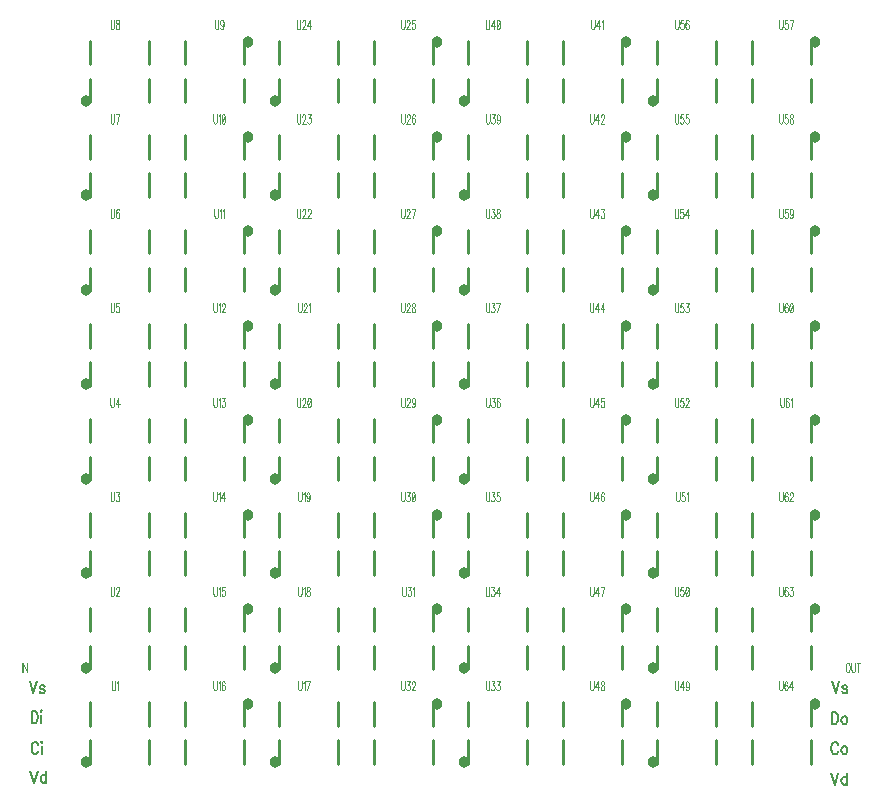
<source format=gto>
G04 DipTrace 2.4.0.2*
%IN64xAPA102Crigid.gto*%
%MOMM*%
%ADD10C,0.25*%
%ADD25O,0.925X0.975*%
%ADD34C,0.118*%
%ADD38C,0.157*%
%FSLAX53Y53*%
G04*
G71*
G90*
G75*
G01*
%LNTopSilk*%
%LPD*%
X17500Y20600D2*
D10*
Y18600D1*
X22500Y20600D2*
Y18600D1*
Y17400D2*
Y15400D1*
X17500Y17400D2*
Y15400D1*
D25*
X17138Y15537D3*
X17500Y28600D2*
D10*
Y26600D1*
X22500Y28600D2*
Y26600D1*
Y25400D2*
Y23400D1*
X17500Y25400D2*
Y23400D1*
D25*
X17138Y23537D3*
X17500Y36600D2*
D10*
Y34600D1*
X22500Y36600D2*
Y34600D1*
Y33400D2*
Y31400D1*
X17500Y33400D2*
Y31400D1*
D25*
X17138Y31537D3*
X17500Y44600D2*
D10*
Y42600D1*
X22500Y44600D2*
Y42600D1*
Y41400D2*
Y39400D1*
X17500Y41400D2*
Y39400D1*
D25*
X17138Y39537D3*
X17500Y52600D2*
D10*
Y50600D1*
X22500Y52600D2*
Y50600D1*
Y49400D2*
Y47400D1*
X17500Y49400D2*
Y47400D1*
D25*
X17138Y47537D3*
X17500Y60600D2*
D10*
Y58600D1*
X22500Y60600D2*
Y58600D1*
Y57400D2*
Y55400D1*
X17500Y57400D2*
Y55400D1*
D25*
X17138Y55537D3*
X17500Y68600D2*
D10*
Y66600D1*
X22500Y68600D2*
Y66600D1*
Y65400D2*
Y63400D1*
X17500Y65400D2*
Y63400D1*
D25*
X17138Y63537D3*
X17500Y76600D2*
D10*
Y74600D1*
X22500Y76600D2*
Y74600D1*
Y73400D2*
Y71400D1*
X17500Y73400D2*
Y71400D1*
D25*
X17138Y71537D3*
X30500Y71400D2*
D10*
Y73400D1*
X25500Y71400D2*
Y73400D1*
Y74600D2*
Y76600D1*
X30500Y74600D2*
Y76600D1*
D25*
X30862Y76463D3*
X30500Y63400D2*
D10*
Y65400D1*
X25500Y63400D2*
Y65400D1*
Y66600D2*
Y68600D1*
X30500Y66600D2*
Y68600D1*
D25*
X30862Y68463D3*
X30500Y55400D2*
D10*
Y57400D1*
X25500Y55400D2*
Y57400D1*
Y58600D2*
Y60600D1*
X30500Y58600D2*
Y60600D1*
D25*
X30862Y60463D3*
X30500Y47400D2*
D10*
Y49400D1*
X25500Y47400D2*
Y49400D1*
Y50600D2*
Y52600D1*
X30500Y50600D2*
Y52600D1*
D25*
X30862Y52463D3*
X30500Y39400D2*
D10*
Y41400D1*
X25500Y39400D2*
Y41400D1*
Y42600D2*
Y44600D1*
X30500Y42600D2*
Y44600D1*
D25*
X30862Y44463D3*
X30500Y31400D2*
D10*
Y33400D1*
X25500Y31400D2*
Y33400D1*
Y34600D2*
Y36600D1*
X30500Y34600D2*
Y36600D1*
D25*
X30862Y36463D3*
X30500Y23400D2*
D10*
Y25400D1*
X25500Y23400D2*
Y25400D1*
Y26600D2*
Y28600D1*
X30500Y26600D2*
Y28600D1*
D25*
X30862Y28463D3*
X30500Y15400D2*
D10*
Y17400D1*
X25500Y15400D2*
Y17400D1*
Y18600D2*
Y20600D1*
X30500Y18600D2*
Y20600D1*
D25*
X30862Y20463D3*
X33500Y20600D2*
D10*
Y18600D1*
X38500Y20600D2*
Y18600D1*
Y17400D2*
Y15400D1*
X33500Y17400D2*
Y15400D1*
D25*
X33138Y15537D3*
X33500Y28600D2*
D10*
Y26600D1*
X38500Y28600D2*
Y26600D1*
Y25400D2*
Y23400D1*
X33500Y25400D2*
Y23400D1*
D25*
X33138Y23537D3*
X33500Y36600D2*
D10*
Y34600D1*
X38500Y36600D2*
Y34600D1*
Y33400D2*
Y31400D1*
X33500Y33400D2*
Y31400D1*
D25*
X33138Y31537D3*
X33500Y44600D2*
D10*
Y42600D1*
X38500Y44600D2*
Y42600D1*
Y41400D2*
Y39400D1*
X33500Y41400D2*
Y39400D1*
D25*
X33138Y39537D3*
X33500Y52600D2*
D10*
Y50600D1*
X38500Y52600D2*
Y50600D1*
Y49400D2*
Y47400D1*
X33500Y49400D2*
Y47400D1*
D25*
X33138Y47537D3*
X33500Y60600D2*
D10*
Y58600D1*
X38500Y60600D2*
Y58600D1*
Y57400D2*
Y55400D1*
X33500Y57400D2*
Y55400D1*
D25*
X33138Y55537D3*
X33500Y68600D2*
D10*
Y66600D1*
X38500Y68600D2*
Y66600D1*
Y65400D2*
Y63400D1*
X33500Y65400D2*
Y63400D1*
D25*
X33138Y63537D3*
X33500Y76600D2*
D10*
Y74600D1*
X38500Y76600D2*
Y74600D1*
Y73400D2*
Y71400D1*
X33500Y73400D2*
Y71400D1*
D25*
X33138Y71537D3*
X46500Y71400D2*
D10*
Y73400D1*
X41500Y71400D2*
Y73400D1*
Y74600D2*
Y76600D1*
X46500Y74600D2*
Y76600D1*
D25*
X46862Y76463D3*
X46500Y63400D2*
D10*
Y65400D1*
X41500Y63400D2*
Y65400D1*
Y66600D2*
Y68600D1*
X46500Y66600D2*
Y68600D1*
D25*
X46862Y68463D3*
X46500Y55400D2*
D10*
Y57400D1*
X41500Y55400D2*
Y57400D1*
Y58600D2*
Y60600D1*
X46500Y58600D2*
Y60600D1*
D25*
X46862Y60463D3*
X46500Y47400D2*
D10*
Y49400D1*
X41500Y47400D2*
Y49400D1*
Y50600D2*
Y52600D1*
X46500Y50600D2*
Y52600D1*
D25*
X46862Y52463D3*
X46500Y39400D2*
D10*
Y41400D1*
X41500Y39400D2*
Y41400D1*
Y42600D2*
Y44600D1*
X46500Y42600D2*
Y44600D1*
D25*
X46862Y44463D3*
X46500Y31400D2*
D10*
Y33400D1*
X41500Y31400D2*
Y33400D1*
Y34600D2*
Y36600D1*
X46500Y34600D2*
Y36600D1*
D25*
X46862Y36463D3*
X46500Y23400D2*
D10*
Y25400D1*
X41500Y23400D2*
Y25400D1*
Y26600D2*
Y28600D1*
X46500Y26600D2*
Y28600D1*
D25*
X46862Y28463D3*
X46500Y15400D2*
D10*
Y17400D1*
X41500Y15400D2*
Y17400D1*
Y18600D2*
Y20600D1*
X46500Y18600D2*
Y20600D1*
D25*
X46862Y20463D3*
X49500Y20600D2*
D10*
Y18600D1*
X54500Y20600D2*
Y18600D1*
Y17400D2*
Y15400D1*
X49500Y17400D2*
Y15400D1*
D25*
X49138Y15537D3*
X49500Y28600D2*
D10*
Y26600D1*
X54500Y28600D2*
Y26600D1*
Y25400D2*
Y23400D1*
X49500Y25400D2*
Y23400D1*
D25*
X49138Y23537D3*
X49500Y36600D2*
D10*
Y34600D1*
X54500Y36600D2*
Y34600D1*
Y33400D2*
Y31400D1*
X49500Y33400D2*
Y31400D1*
D25*
X49138Y31537D3*
X49500Y44600D2*
D10*
Y42600D1*
X54500Y44600D2*
Y42600D1*
Y41400D2*
Y39400D1*
X49500Y41400D2*
Y39400D1*
D25*
X49138Y39537D3*
X49500Y52600D2*
D10*
Y50600D1*
X54500Y52600D2*
Y50600D1*
Y49400D2*
Y47400D1*
X49500Y49400D2*
Y47400D1*
D25*
X49138Y47537D3*
X49500Y60600D2*
D10*
Y58600D1*
X54500Y60600D2*
Y58600D1*
Y57400D2*
Y55400D1*
X49500Y57400D2*
Y55400D1*
D25*
X49138Y55537D3*
X49500Y68600D2*
D10*
Y66600D1*
X54500Y68600D2*
Y66600D1*
Y65400D2*
Y63400D1*
X49500Y65400D2*
Y63400D1*
D25*
X49138Y63537D3*
X49500Y76600D2*
D10*
Y74600D1*
X54500Y76600D2*
Y74600D1*
Y73400D2*
Y71400D1*
X49500Y73400D2*
Y71400D1*
D25*
X49138Y71537D3*
X62500Y71400D2*
D10*
Y73400D1*
X57500Y71400D2*
Y73400D1*
Y74600D2*
Y76600D1*
X62500Y74600D2*
Y76600D1*
D25*
X62862Y76463D3*
X62500Y63400D2*
D10*
Y65400D1*
X57500Y63400D2*
Y65400D1*
Y66600D2*
Y68600D1*
X62500Y66600D2*
Y68600D1*
D25*
X62862Y68463D3*
X62500Y55400D2*
D10*
Y57400D1*
X57500Y55400D2*
Y57400D1*
Y58600D2*
Y60600D1*
X62500Y58600D2*
Y60600D1*
D25*
X62862Y60463D3*
X62500Y47400D2*
D10*
Y49400D1*
X57500Y47400D2*
Y49400D1*
Y50600D2*
Y52600D1*
X62500Y50600D2*
Y52600D1*
D25*
X62862Y52463D3*
X62500Y39400D2*
D10*
Y41400D1*
X57500Y39400D2*
Y41400D1*
Y42600D2*
Y44600D1*
X62500Y42600D2*
Y44600D1*
D25*
X62862Y44463D3*
X62500Y31400D2*
D10*
Y33400D1*
X57500Y31400D2*
Y33400D1*
Y34600D2*
Y36600D1*
X62500Y34600D2*
Y36600D1*
D25*
X62862Y36463D3*
X62500Y23400D2*
D10*
Y25400D1*
X57500Y23400D2*
Y25400D1*
Y26600D2*
Y28600D1*
X62500Y26600D2*
Y28600D1*
D25*
X62862Y28463D3*
X62500Y15400D2*
D10*
Y17400D1*
X57500Y15400D2*
Y17400D1*
Y18600D2*
Y20600D1*
X62500Y18600D2*
Y20600D1*
D25*
X62862Y20463D3*
X65500Y20600D2*
D10*
Y18600D1*
X70500Y20600D2*
Y18600D1*
Y17400D2*
Y15400D1*
X65500Y17400D2*
Y15400D1*
D25*
X65138Y15537D3*
X65500Y28600D2*
D10*
Y26600D1*
X70500Y28600D2*
Y26600D1*
Y25400D2*
Y23400D1*
X65500Y25400D2*
Y23400D1*
D25*
X65138Y23537D3*
X65500Y36600D2*
D10*
Y34600D1*
X70500Y36600D2*
Y34600D1*
Y33400D2*
Y31400D1*
X65500Y33400D2*
Y31400D1*
D25*
X65138Y31537D3*
X65500Y44600D2*
D10*
Y42600D1*
X70500Y44600D2*
Y42600D1*
Y41400D2*
Y39400D1*
X65500Y41400D2*
Y39400D1*
D25*
X65138Y39537D3*
X65500Y52600D2*
D10*
Y50600D1*
X70500Y52600D2*
Y50600D1*
Y49400D2*
Y47400D1*
X65500Y49400D2*
Y47400D1*
D25*
X65138Y47537D3*
X65500Y60600D2*
D10*
Y58600D1*
X70500Y60600D2*
Y58600D1*
Y57400D2*
Y55400D1*
X65500Y57400D2*
Y55400D1*
D25*
X65138Y55537D3*
X65500Y68600D2*
D10*
Y66600D1*
X70500Y68600D2*
Y66600D1*
Y65400D2*
Y63400D1*
X65500Y65400D2*
Y63400D1*
D25*
X65138Y63537D3*
X65500Y76600D2*
D10*
Y74600D1*
X70500Y76600D2*
Y74600D1*
Y73400D2*
Y71400D1*
X65500Y73400D2*
Y71400D1*
D25*
X65138Y71537D3*
X78500Y71400D2*
D10*
Y73400D1*
X73500Y71400D2*
Y73400D1*
Y74600D2*
Y76600D1*
X78500Y74600D2*
Y76600D1*
D25*
X78862Y76463D3*
X78500Y63400D2*
D10*
Y65400D1*
X73500Y63400D2*
Y65400D1*
Y66600D2*
Y68600D1*
X78500Y66600D2*
Y68600D1*
D25*
X78862Y68463D3*
X78500Y55400D2*
D10*
Y57400D1*
X73500Y55400D2*
Y57400D1*
Y58600D2*
Y60600D1*
X78500Y58600D2*
Y60600D1*
D25*
X78862Y60463D3*
X78500Y47400D2*
D10*
Y49400D1*
X73500Y47400D2*
Y49400D1*
Y50600D2*
Y52600D1*
X78500Y50600D2*
Y52600D1*
D25*
X78862Y52463D3*
X78500Y39400D2*
D10*
Y41400D1*
X73500Y39400D2*
Y41400D1*
Y42600D2*
Y44600D1*
X78500Y42600D2*
Y44600D1*
D25*
X78862Y44463D3*
X78500Y31400D2*
D10*
Y33400D1*
X73500Y31400D2*
Y33400D1*
Y34600D2*
Y36600D1*
X78500Y34600D2*
Y36600D1*
D25*
X78862Y36463D3*
X78500Y23400D2*
D10*
Y25400D1*
X73500Y23400D2*
Y25400D1*
Y26600D2*
Y28600D1*
X78500Y26600D2*
Y28600D1*
D25*
X78862Y28463D3*
X78500Y15400D2*
D10*
Y17400D1*
X73500Y15400D2*
Y17400D1*
Y18600D2*
Y20600D1*
X78500Y18600D2*
Y20600D1*
D25*
X78862Y20463D3*
X11692Y23926D2*
D34*
Y23160D1*
X12139Y23926D2*
Y23160D1*
X11833Y23926D1*
Y23160D1*
X81577Y23926D2*
X81533Y23890D1*
X81490Y23816D1*
X81467Y23744D1*
X81446Y23634D1*
Y23452D1*
X81467Y23343D1*
X81490Y23270D1*
X81533Y23197D1*
X81577Y23160D1*
X81664D1*
X81708Y23197D1*
X81752Y23270D1*
X81774Y23343D1*
X81795Y23452D1*
Y23634D1*
X81774Y23744D1*
X81752Y23816D1*
X81708Y23890D1*
X81664Y23926D1*
X81577D1*
X81936D2*
Y23379D1*
X81958Y23270D1*
X82002Y23197D1*
X82068Y23160D1*
X82111D1*
X82177Y23197D1*
X82221Y23270D1*
X82243Y23379D1*
Y23926D1*
X82537D2*
Y23160D1*
X82384Y23926D2*
X82690D1*
X19309Y22366D2*
Y21819D1*
X19331Y21710D1*
X19375Y21637D1*
X19440Y21600D1*
X19484D1*
X19550Y21637D1*
X19593Y21710D1*
X19615Y21819D1*
Y22366D1*
X19756Y22219D2*
X19800Y22256D1*
X19866Y22365D1*
Y21600D1*
X19211Y30366D2*
Y29819D1*
X19232Y29710D1*
X19276Y29637D1*
X19342Y29600D1*
X19386D1*
X19451Y29637D1*
X19495Y29710D1*
X19517Y29819D1*
Y30366D1*
X19680Y30183D2*
Y30219D1*
X19702Y30293D1*
X19724Y30329D1*
X19768Y30365D1*
X19855D1*
X19899Y30329D1*
X19920Y30293D1*
X19943Y30219D1*
Y30147D1*
X19920Y30074D1*
X19877Y29965D1*
X19658Y29600D1*
X19964D1*
X19211Y38366D2*
Y37819D1*
X19232Y37710D1*
X19276Y37637D1*
X19342Y37600D1*
X19386D1*
X19451Y37637D1*
X19495Y37710D1*
X19517Y37819D1*
Y38366D1*
X19702Y38365D2*
X19942D1*
X19811Y38074D1*
X19877D1*
X19920Y38037D1*
X19942Y38001D1*
X19964Y37892D1*
Y37819D1*
X19942Y37710D1*
X19899Y37636D1*
X19833Y37600D1*
X19767D1*
X19702Y37636D1*
X19680Y37674D1*
X19658Y37746D1*
X19200Y46366D2*
Y45819D1*
X19222Y45710D1*
X19265Y45637D1*
X19331Y45600D1*
X19375D1*
X19440Y45637D1*
X19484Y45710D1*
X19506Y45819D1*
Y46366D1*
X19866Y45600D2*
Y46365D1*
X19647Y45855D1*
X19975D1*
X19211Y54366D2*
Y53819D1*
X19232Y53710D1*
X19276Y53637D1*
X19342Y53600D1*
X19386D1*
X19451Y53637D1*
X19495Y53710D1*
X19517Y53819D1*
Y54366D1*
X19920Y54365D2*
X19702D1*
X19680Y54037D1*
X19702Y54074D1*
X19768Y54111D1*
X19833D1*
X19899Y54074D1*
X19943Y54001D1*
X19964Y53892D1*
Y53819D1*
X19943Y53710D1*
X19899Y53636D1*
X19833Y53600D1*
X19768D1*
X19702Y53636D1*
X19680Y53674D1*
X19658Y53746D1*
X19222Y62366D2*
Y61819D1*
X19243Y61710D1*
X19287Y61637D1*
X19353Y61600D1*
X19397D1*
X19462Y61637D1*
X19506Y61710D1*
X19528Y61819D1*
Y62366D1*
X19932Y62256D2*
X19910Y62329D1*
X19844Y62365D1*
X19801D1*
X19735Y62329D1*
X19691Y62219D1*
X19669Y62037D1*
Y61855D1*
X19691Y61710D1*
X19735Y61636D1*
X19801Y61600D1*
X19822D1*
X19888Y61636D1*
X19932Y61710D1*
X19953Y61819D1*
Y61855D1*
X19932Y61965D1*
X19888Y62037D1*
X19822Y62074D1*
X19801D1*
X19735Y62037D1*
X19691Y61965D1*
X19669Y61855D1*
X19211Y70366D2*
Y69819D1*
X19232Y69710D1*
X19276Y69637D1*
X19342Y69600D1*
X19386D1*
X19451Y69637D1*
X19495Y69710D1*
X19517Y69819D1*
Y70366D1*
X19746Y69600D2*
X19964Y70365D1*
X19658D1*
X19211Y78366D2*
Y77819D1*
X19233Y77710D1*
X19277Y77637D1*
X19342Y77600D1*
X19386D1*
X19451Y77637D1*
X19495Y77710D1*
X19517Y77819D1*
Y78366D1*
X19768Y78365D2*
X19702Y78329D1*
X19680Y78256D1*
Y78183D1*
X19702Y78111D1*
X19746Y78074D1*
X19833Y78037D1*
X19899Y78001D1*
X19942Y77928D1*
X19964Y77855D1*
Y77746D1*
X19942Y77674D1*
X19921Y77636D1*
X19855Y77600D1*
X19768D1*
X19702Y77636D1*
X19680Y77674D1*
X19658Y77746D1*
Y77855D1*
X19680Y77928D1*
X19724Y78001D1*
X19789Y78037D1*
X19877Y78074D1*
X19921Y78111D1*
X19942Y78183D1*
Y78256D1*
X19921Y78329D1*
X19855Y78365D1*
X19768D1*
X28047Y78366D2*
Y77819D1*
X28068Y77710D1*
X28112Y77637D1*
X28178Y77600D1*
X28221D1*
X28287Y77637D1*
X28331Y77710D1*
X28353Y77819D1*
Y78366D1*
X28778Y78111D2*
X28756Y78001D1*
X28713Y77928D1*
X28647Y77892D1*
X28625D1*
X28560Y77928D1*
X28516Y78001D1*
X28494Y78111D1*
Y78147D1*
X28516Y78256D1*
X28560Y78329D1*
X28625Y78365D1*
X28647D1*
X28713Y78329D1*
X28756Y78256D1*
X28778Y78111D1*
Y77928D1*
X28756Y77746D1*
X28713Y77636D1*
X28647Y77600D1*
X28604D1*
X28538Y77636D1*
X28516Y77710D1*
X27910Y70366D2*
Y69819D1*
X27932Y69710D1*
X27976Y69637D1*
X28042Y69600D1*
X28085D1*
X28151Y69637D1*
X28195Y69710D1*
X28216Y69819D1*
Y70366D1*
X28358Y70219D2*
X28402Y70256D1*
X28467Y70365D1*
Y69600D1*
X28740Y70365D2*
X28674Y70329D1*
X28630Y70219D1*
X28609Y70037D1*
Y69928D1*
X28630Y69746D1*
X28674Y69636D1*
X28740Y69600D1*
X28783D1*
X28849Y69636D1*
X28893Y69746D1*
X28915Y69928D1*
Y70037D1*
X28893Y70219D1*
X28849Y70329D1*
X28783Y70365D1*
X28740D1*
X28893Y70219D2*
X28630Y69746D1*
X28009Y62366D2*
Y61819D1*
X28030Y61710D1*
X28074Y61637D1*
X28140Y61600D1*
X28183D1*
X28249Y61637D1*
X28293Y61710D1*
X28315Y61819D1*
Y62366D1*
X28456Y62219D2*
X28500Y62256D1*
X28566Y62365D1*
Y61600D1*
X28707Y62219D2*
X28751Y62256D1*
X28816Y62365D1*
Y61600D1*
X27910Y54366D2*
Y53819D1*
X27932Y53710D1*
X27976Y53637D1*
X28042Y53600D1*
X28085D1*
X28151Y53637D1*
X28195Y53710D1*
X28216Y53819D1*
Y54366D1*
X28358Y54219D2*
X28402Y54256D1*
X28467Y54365D1*
Y53600D1*
X28631Y54183D2*
Y54219D1*
X28652Y54293D1*
X28674Y54329D1*
X28718Y54365D1*
X28806D1*
X28849Y54329D1*
X28871Y54293D1*
X28893Y54219D1*
Y54147D1*
X28871Y54074D1*
X28827Y53965D1*
X28609Y53600D1*
X28915D1*
X27910Y46366D2*
Y45819D1*
X27932Y45710D1*
X27976Y45637D1*
X28042Y45600D1*
X28085D1*
X28151Y45637D1*
X28195Y45710D1*
X28216Y45819D1*
Y46366D1*
X28358Y46219D2*
X28402Y46256D1*
X28467Y46365D1*
Y45600D1*
X28652Y46365D2*
X28893D1*
X28762Y46074D1*
X28827D1*
X28871Y46037D1*
X28893Y46001D1*
X28915Y45892D1*
Y45819D1*
X28893Y45710D1*
X28849Y45636D1*
X28783Y45600D1*
X28718D1*
X28652Y45636D1*
X28631Y45674D1*
X28609Y45746D1*
X27899Y38366D2*
Y37819D1*
X27921Y37710D1*
X27965Y37637D1*
X28031Y37600D1*
X28074D1*
X28140Y37637D1*
X28184Y37710D1*
X28206Y37819D1*
Y38366D1*
X28347Y38219D2*
X28391Y38256D1*
X28456Y38365D1*
Y37600D1*
X28816D2*
Y38365D1*
X28598Y37855D1*
X28926D1*
X27910Y30366D2*
Y29819D1*
X27932Y29710D1*
X27976Y29637D1*
X28042Y29600D1*
X28085D1*
X28151Y29637D1*
X28195Y29710D1*
X28216Y29819D1*
Y30366D1*
X28358Y30219D2*
X28402Y30256D1*
X28467Y30365D1*
Y29600D1*
X28871Y30365D2*
X28652D1*
X28631Y30037D1*
X28652Y30074D1*
X28718Y30111D1*
X28783D1*
X28849Y30074D1*
X28893Y30001D1*
X28915Y29892D1*
Y29819D1*
X28893Y29710D1*
X28849Y29636D1*
X28783Y29600D1*
X28718D1*
X28652Y29636D1*
X28631Y29674D1*
X28609Y29746D1*
X27921Y22366D2*
Y21819D1*
X27943Y21710D1*
X27987Y21637D1*
X28053Y21600D1*
X28096D1*
X28162Y21637D1*
X28206Y21710D1*
X28228Y21819D1*
Y22366D1*
X28369Y22219D2*
X28413Y22256D1*
X28478Y22365D1*
Y21600D1*
X28882Y22256D2*
X28860Y22329D1*
X28794Y22365D1*
X28751D1*
X28685Y22329D1*
X28641Y22219D1*
X28620Y22037D1*
Y21855D1*
X28641Y21710D1*
X28685Y21636D1*
X28751Y21600D1*
X28773D1*
X28838Y21636D1*
X28882Y21710D1*
X28904Y21819D1*
Y21855D1*
X28882Y21965D1*
X28838Y22037D1*
X28773Y22074D1*
X28751D1*
X28685Y22037D1*
X28641Y21965D1*
X28620Y21855D1*
X35085Y22366D2*
Y21819D1*
X35107Y21710D1*
X35151Y21637D1*
X35217Y21600D1*
X35260D1*
X35326Y21637D1*
X35370Y21710D1*
X35391Y21819D1*
Y22366D1*
X35533Y22219D2*
X35577Y22256D1*
X35642Y22365D1*
Y21600D1*
X35871D2*
X36090Y22365D1*
X35784D1*
X35085Y30366D2*
Y29819D1*
X35107Y29710D1*
X35151Y29637D1*
X35217Y29600D1*
X35260D1*
X35326Y29637D1*
X35370Y29710D1*
X35392Y29819D1*
Y30366D1*
X35533Y30219D2*
X35577Y30256D1*
X35643Y30365D1*
Y29600D1*
X35893Y30365D2*
X35828Y30329D1*
X35805Y30256D1*
Y30183D1*
X35828Y30111D1*
X35871Y30074D1*
X35959Y30037D1*
X36024Y30001D1*
X36068Y29928D1*
X36090Y29855D1*
Y29746D1*
X36068Y29674D1*
X36046Y29636D1*
X35980Y29600D1*
X35893D1*
X35828Y29636D1*
X35805Y29674D1*
X35784Y29746D1*
Y29855D1*
X35805Y29928D1*
X35849Y30001D1*
X35915Y30037D1*
X36002Y30074D1*
X36046Y30111D1*
X36068Y30183D1*
Y30256D1*
X36046Y30329D1*
X35980Y30365D1*
X35893D1*
X35096Y38366D2*
Y37819D1*
X35118Y37710D1*
X35162Y37637D1*
X35227Y37600D1*
X35271D1*
X35337Y37637D1*
X35381Y37710D1*
X35402Y37819D1*
Y38366D1*
X35544Y38219D2*
X35587Y38256D1*
X35653Y38365D1*
Y37600D1*
X36079Y38111D2*
X36057Y38001D1*
X36013Y37928D1*
X35948Y37892D1*
X35926D1*
X35860Y37928D1*
X35817Y38001D1*
X35794Y38111D1*
Y38147D1*
X35817Y38256D1*
X35860Y38329D1*
X35926Y38365D1*
X35948D1*
X36013Y38329D1*
X36057Y38256D1*
X36079Y38111D1*
Y37928D1*
X36057Y37746D1*
X36013Y37636D1*
X35948Y37600D1*
X35904D1*
X35838Y37636D1*
X35817Y37710D1*
X34987Y46366D2*
Y45819D1*
X35009Y45710D1*
X35053Y45637D1*
X35118Y45600D1*
X35162D1*
X35227Y45637D1*
X35271Y45710D1*
X35293Y45819D1*
Y46366D1*
X35457Y46183D2*
Y46219D1*
X35478Y46293D1*
X35500Y46329D1*
X35544Y46365D1*
X35631D1*
X35675Y46329D1*
X35697Y46293D1*
X35719Y46219D1*
Y46147D1*
X35697Y46074D1*
X35653Y45965D1*
X35434Y45600D1*
X35741D1*
X36013Y46365D2*
X35948Y46329D1*
X35904Y46219D1*
X35882Y46037D1*
Y45928D1*
X35904Y45746D1*
X35948Y45636D1*
X36013Y45600D1*
X36057D1*
X36122Y45636D1*
X36166Y45746D1*
X36188Y45928D1*
Y46037D1*
X36166Y46219D1*
X36122Y46329D1*
X36057Y46365D1*
X36013D1*
X36166Y46219D2*
X35904Y45746D1*
X35085Y54366D2*
Y53819D1*
X35107Y53710D1*
X35151Y53637D1*
X35217Y53600D1*
X35260D1*
X35326Y53637D1*
X35370Y53710D1*
X35391Y53819D1*
Y54366D1*
X35555Y54183D2*
Y54219D1*
X35577Y54293D1*
X35598Y54329D1*
X35642Y54365D1*
X35730D1*
X35773Y54329D1*
X35795Y54293D1*
X35817Y54219D1*
Y54147D1*
X35795Y54074D1*
X35751Y53965D1*
X35533Y53600D1*
X35839D1*
X35980Y54219D2*
X36024Y54256D1*
X36090Y54365D1*
Y53600D1*
X34987Y62366D2*
Y61819D1*
X35009Y61710D1*
X35053Y61637D1*
X35118Y61600D1*
X35162D1*
X35227Y61637D1*
X35271Y61710D1*
X35293Y61819D1*
Y62366D1*
X35457Y62183D2*
Y62219D1*
X35478Y62293D1*
X35500Y62329D1*
X35544Y62365D1*
X35631D1*
X35675Y62329D1*
X35697Y62293D1*
X35719Y62219D1*
Y62147D1*
X35697Y62074D1*
X35653Y61965D1*
X35434Y61600D1*
X35741D1*
X35904Y62183D2*
Y62219D1*
X35926Y62293D1*
X35948Y62329D1*
X35991Y62365D1*
X36079D1*
X36122Y62329D1*
X36144Y62293D1*
X36166Y62219D1*
Y62147D1*
X36144Y62074D1*
X36101Y61965D1*
X35882Y61600D1*
X36188D1*
X34987Y70366D2*
Y69819D1*
X35009Y69710D1*
X35053Y69637D1*
X35118Y69600D1*
X35162D1*
X35227Y69637D1*
X35271Y69710D1*
X35293Y69819D1*
Y70366D1*
X35457Y70183D2*
Y70219D1*
X35478Y70293D1*
X35500Y70329D1*
X35544Y70365D1*
X35631D1*
X35675Y70329D1*
X35697Y70293D1*
X35719Y70219D1*
Y70147D1*
X35697Y70074D1*
X35653Y69965D1*
X35434Y69600D1*
X35741D1*
X35926Y70365D2*
X36166D1*
X36035Y70074D1*
X36101D1*
X36144Y70037D1*
X36166Y70001D1*
X36188Y69892D1*
Y69819D1*
X36166Y69710D1*
X36122Y69636D1*
X36057Y69600D1*
X35991D1*
X35926Y69636D1*
X35904Y69674D1*
X35882Y69746D1*
X34976Y78366D2*
Y77819D1*
X34998Y77710D1*
X35042Y77637D1*
X35107Y77600D1*
X35151D1*
X35217Y77637D1*
X35261Y77710D1*
X35282Y77819D1*
Y78366D1*
X35446Y78183D2*
Y78219D1*
X35467Y78293D1*
X35489Y78329D1*
X35533Y78365D1*
X35621D1*
X35664Y78329D1*
X35686Y78293D1*
X35708Y78219D1*
Y78147D1*
X35686Y78074D1*
X35642Y77965D1*
X35424Y77600D1*
X35730D1*
X36090D2*
Y78365D1*
X35871Y77855D1*
X36199D1*
X43812Y78366D2*
Y77819D1*
X43834Y77710D1*
X43878Y77637D1*
X43943Y77600D1*
X43987D1*
X44052Y77637D1*
X44096Y77710D1*
X44118Y77819D1*
Y78366D1*
X44282Y78183D2*
Y78219D1*
X44303Y78293D1*
X44325Y78329D1*
X44369Y78365D1*
X44456D1*
X44500Y78329D1*
X44522Y78293D1*
X44544Y78219D1*
Y78147D1*
X44522Y78074D1*
X44478Y77965D1*
X44259Y77600D1*
X44566D1*
X44969Y78365D2*
X44751D1*
X44729Y78037D1*
X44751Y78074D1*
X44816Y78111D1*
X44882D1*
X44947Y78074D1*
X44991Y78001D1*
X45013Y77892D1*
Y77819D1*
X44991Y77710D1*
X44947Y77636D1*
X44882Y77600D1*
X44816D1*
X44751Y77636D1*
X44729Y77674D1*
X44707Y77746D1*
X43823Y70366D2*
Y69819D1*
X43845Y69710D1*
X43889Y69637D1*
X43954Y69600D1*
X43998D1*
X44064Y69637D1*
X44108Y69710D1*
X44129Y69819D1*
Y70366D1*
X44293Y70183D2*
Y70219D1*
X44314Y70293D1*
X44336Y70329D1*
X44380Y70365D1*
X44468D1*
X44511Y70329D1*
X44533Y70293D1*
X44555Y70219D1*
Y70147D1*
X44533Y70074D1*
X44489Y69965D1*
X44270Y69600D1*
X44577D1*
X44980Y70256D2*
X44958Y70329D1*
X44893Y70365D1*
X44849D1*
X44784Y70329D1*
X44740Y70219D1*
X44718Y70037D1*
Y69855D1*
X44740Y69710D1*
X44784Y69636D1*
X44849Y69600D1*
X44871D1*
X44936Y69636D1*
X44980Y69710D1*
X45002Y69819D1*
Y69855D1*
X44980Y69965D1*
X44936Y70037D1*
X44871Y70074D1*
X44849D1*
X44784Y70037D1*
X44740Y69965D1*
X44718Y69855D1*
X43812Y62366D2*
Y61819D1*
X43834Y61710D1*
X43878Y61637D1*
X43943Y61600D1*
X43987D1*
X44052Y61637D1*
X44096Y61710D1*
X44118Y61819D1*
Y62366D1*
X44282Y62183D2*
Y62219D1*
X44303Y62293D1*
X44325Y62329D1*
X44369Y62365D1*
X44456D1*
X44500Y62329D1*
X44522Y62293D1*
X44544Y62219D1*
Y62147D1*
X44522Y62074D1*
X44478Y61965D1*
X44259Y61600D1*
X44566D1*
X44794D2*
X45013Y62365D1*
X44707D1*
X43812Y54366D2*
Y53819D1*
X43834Y53710D1*
X43878Y53637D1*
X43944Y53600D1*
X43987D1*
X44053Y53637D1*
X44097Y53710D1*
X44118Y53819D1*
Y54366D1*
X44282Y54183D2*
Y54219D1*
X44304Y54293D1*
X44325Y54329D1*
X44369Y54365D1*
X44457D1*
X44500Y54329D1*
X44522Y54293D1*
X44544Y54219D1*
Y54147D1*
X44522Y54074D1*
X44478Y53965D1*
X44260Y53600D1*
X44566D1*
X44816Y54365D2*
X44751Y54329D1*
X44729Y54256D1*
Y54183D1*
X44751Y54111D1*
X44794Y54074D1*
X44882Y54037D1*
X44948Y54001D1*
X44991Y53928D1*
X45013Y53855D1*
Y53746D1*
X44991Y53674D1*
X44969Y53636D1*
X44904Y53600D1*
X44816D1*
X44751Y53636D1*
X44729Y53674D1*
X44707Y53746D1*
Y53855D1*
X44729Y53928D1*
X44773Y54001D1*
X44838Y54037D1*
X44925Y54074D1*
X44969Y54111D1*
X44991Y54183D1*
Y54256D1*
X44969Y54329D1*
X44904Y54365D1*
X44816D1*
X43823Y46366D2*
Y45819D1*
X43845Y45710D1*
X43888Y45637D1*
X43954Y45600D1*
X43998D1*
X44063Y45637D1*
X44107Y45710D1*
X44129Y45819D1*
Y46366D1*
X44292Y46183D2*
Y46219D1*
X44314Y46293D1*
X44336Y46329D1*
X44380Y46365D1*
X44467D1*
X44511Y46329D1*
X44533Y46293D1*
X44555Y46219D1*
Y46147D1*
X44533Y46074D1*
X44489Y45965D1*
X44270Y45600D1*
X44576D1*
X45002Y46111D2*
X44980Y46001D1*
X44937Y45928D1*
X44871Y45892D1*
X44849D1*
X44783Y45928D1*
X44740Y46001D1*
X44718Y46111D1*
Y46147D1*
X44740Y46256D1*
X44783Y46329D1*
X44849Y46365D1*
X44871D1*
X44937Y46329D1*
X44980Y46256D1*
X45002Y46111D1*
Y45928D1*
X44980Y45746D1*
X44937Y45636D1*
X44871Y45600D1*
X44827D1*
X44762Y45636D1*
X44740Y45710D1*
X43812Y38366D2*
Y37819D1*
X43834Y37710D1*
X43878Y37637D1*
X43943Y37600D1*
X43987D1*
X44052Y37637D1*
X44096Y37710D1*
X44118Y37819D1*
Y38366D1*
X44303Y38365D2*
X44543D1*
X44413Y38074D1*
X44478D1*
X44522Y38037D1*
X44543Y38001D1*
X44566Y37892D1*
Y37819D1*
X44543Y37710D1*
X44500Y37636D1*
X44434Y37600D1*
X44369D1*
X44303Y37636D1*
X44282Y37674D1*
X44259Y37746D1*
X44838Y38365D2*
X44773Y38329D1*
X44729Y38219D1*
X44707Y38037D1*
Y37928D1*
X44729Y37746D1*
X44773Y37636D1*
X44838Y37600D1*
X44882D1*
X44947Y37636D1*
X44991Y37746D1*
X45013Y37928D1*
Y38037D1*
X44991Y38219D1*
X44947Y38329D1*
X44882Y38365D1*
X44838D1*
X44991Y38219D2*
X44729Y37746D1*
X43910Y30366D2*
Y29819D1*
X43932Y29710D1*
X43976Y29637D1*
X44042Y29600D1*
X44085D1*
X44151Y29637D1*
X44195Y29710D1*
X44216Y29819D1*
Y30366D1*
X44402Y30365D2*
X44642D1*
X44511Y30074D1*
X44576D1*
X44620Y30037D1*
X44642Y30001D1*
X44664Y29892D1*
Y29819D1*
X44642Y29710D1*
X44598Y29636D1*
X44533Y29600D1*
X44467D1*
X44402Y29636D1*
X44380Y29674D1*
X44358Y29746D1*
X44805Y30219D2*
X44849Y30256D1*
X44915Y30365D1*
Y29600D1*
X43812Y22366D2*
Y21819D1*
X43834Y21710D1*
X43878Y21637D1*
X43943Y21600D1*
X43987D1*
X44052Y21637D1*
X44096Y21710D1*
X44118Y21819D1*
Y22366D1*
X44303Y22365D2*
X44543D1*
X44413Y22074D1*
X44478D1*
X44522Y22037D1*
X44543Y22001D1*
X44566Y21892D1*
Y21819D1*
X44543Y21710D1*
X44500Y21636D1*
X44434Y21600D1*
X44369D1*
X44303Y21636D1*
X44282Y21674D1*
X44259Y21746D1*
X44729Y22183D2*
Y22219D1*
X44751Y22293D1*
X44773Y22329D1*
X44816Y22365D1*
X44904D1*
X44947Y22329D1*
X44969Y22293D1*
X44991Y22219D1*
Y22147D1*
X44969Y22074D1*
X44926Y21965D1*
X44707Y21600D1*
X45013D1*
X50987Y22366D2*
Y21819D1*
X51009Y21710D1*
X51053Y21637D1*
X51118Y21600D1*
X51162D1*
X51227Y21637D1*
X51271Y21710D1*
X51293Y21819D1*
Y22366D1*
X51478Y22365D2*
X51718D1*
X51587Y22074D1*
X51653D1*
X51697Y22037D1*
X51718Y22001D1*
X51741Y21892D1*
Y21819D1*
X51718Y21710D1*
X51675Y21636D1*
X51609Y21600D1*
X51544D1*
X51478Y21636D1*
X51457Y21674D1*
X51434Y21746D1*
X51926Y22365D2*
X52166D1*
X52035Y22074D1*
X52101D1*
X52144Y22037D1*
X52166Y22001D1*
X52188Y21892D1*
Y21819D1*
X52166Y21710D1*
X52122Y21636D1*
X52057Y21600D1*
X51991D1*
X51926Y21636D1*
X51904Y21674D1*
X51882Y21746D1*
X50976Y30366D2*
Y29819D1*
X50998Y29710D1*
X51042Y29637D1*
X51107Y29600D1*
X51151D1*
X51217Y29637D1*
X51261Y29710D1*
X51282Y29819D1*
Y30366D1*
X51467Y30365D2*
X51708D1*
X51577Y30074D1*
X51642D1*
X51686Y30037D1*
X51708Y30001D1*
X51730Y29892D1*
Y29819D1*
X51708Y29710D1*
X51664Y29636D1*
X51598Y29600D1*
X51533D1*
X51467Y29636D1*
X51446Y29674D1*
X51424Y29746D1*
X52090Y29600D2*
Y30365D1*
X51871Y29855D1*
X52199D1*
X50987Y38366D2*
Y37819D1*
X51009Y37710D1*
X51053Y37637D1*
X51118Y37600D1*
X51162D1*
X51227Y37637D1*
X51271Y37710D1*
X51293Y37819D1*
Y38366D1*
X51478Y38365D2*
X51718D1*
X51587Y38074D1*
X51653D1*
X51697Y38037D1*
X51718Y38001D1*
X51741Y37892D1*
Y37819D1*
X51718Y37710D1*
X51675Y37636D1*
X51609Y37600D1*
X51544D1*
X51478Y37636D1*
X51457Y37674D1*
X51434Y37746D1*
X52144Y38365D2*
X51926D1*
X51904Y38037D1*
X51926Y38074D1*
X51991Y38111D1*
X52057D1*
X52122Y38074D1*
X52166Y38001D1*
X52188Y37892D1*
Y37819D1*
X52166Y37710D1*
X52122Y37636D1*
X52057Y37600D1*
X51991D1*
X51926Y37636D1*
X51904Y37674D1*
X51882Y37746D1*
X50998Y46366D2*
Y45819D1*
X51020Y45710D1*
X51064Y45637D1*
X51129Y45600D1*
X51173D1*
X51239Y45637D1*
X51283Y45710D1*
X51304Y45819D1*
Y46366D1*
X51489Y46365D2*
X51730D1*
X51599Y46074D1*
X51664D1*
X51708Y46037D1*
X51730Y46001D1*
X51752Y45892D1*
Y45819D1*
X51730Y45710D1*
X51686Y45636D1*
X51620Y45600D1*
X51555D1*
X51489Y45636D1*
X51468Y45674D1*
X51445Y45746D1*
X52155Y46256D2*
X52133Y46329D1*
X52068Y46365D1*
X52024D1*
X51959Y46329D1*
X51915Y46219D1*
X51893Y46037D1*
Y45855D1*
X51915Y45710D1*
X51959Y45636D1*
X52024Y45600D1*
X52046D1*
X52111Y45636D1*
X52155Y45710D1*
X52177Y45819D1*
Y45855D1*
X52155Y45965D1*
X52111Y46037D1*
X52046Y46074D1*
X52024D1*
X51959Y46037D1*
X51915Y45965D1*
X51893Y45855D1*
X50987Y54366D2*
Y53819D1*
X51009Y53710D1*
X51053Y53637D1*
X51118Y53600D1*
X51162D1*
X51227Y53637D1*
X51271Y53710D1*
X51293Y53819D1*
Y54366D1*
X51478Y54365D2*
X51718D1*
X51587Y54074D1*
X51653D1*
X51697Y54037D1*
X51718Y54001D1*
X51741Y53892D1*
Y53819D1*
X51718Y53710D1*
X51675Y53636D1*
X51609Y53600D1*
X51544D1*
X51478Y53636D1*
X51457Y53674D1*
X51434Y53746D1*
X51969Y53600D2*
X52188Y54365D1*
X51882D1*
X50987Y62366D2*
Y61819D1*
X51009Y61710D1*
X51053Y61637D1*
X51119Y61600D1*
X51162D1*
X51228Y61637D1*
X51272Y61710D1*
X51293Y61819D1*
Y62366D1*
X51479Y62365D2*
X51719D1*
X51588Y62074D1*
X51653D1*
X51697Y62037D1*
X51719Y62001D1*
X51741Y61892D1*
Y61819D1*
X51719Y61710D1*
X51675Y61636D1*
X51609Y61600D1*
X51544D1*
X51479Y61636D1*
X51457Y61674D1*
X51435Y61746D1*
X51991Y62365D2*
X51926Y62329D1*
X51904Y62256D1*
Y62183D1*
X51926Y62111D1*
X51969Y62074D1*
X52057Y62037D1*
X52123Y62001D1*
X52166Y61928D1*
X52188Y61855D1*
Y61746D1*
X52166Y61674D1*
X52144Y61636D1*
X52079Y61600D1*
X51991D1*
X51926Y61636D1*
X51904Y61674D1*
X51882Y61746D1*
Y61855D1*
X51904Y61928D1*
X51948Y62001D1*
X52013Y62037D1*
X52100Y62074D1*
X52144Y62111D1*
X52166Y62183D1*
Y62256D1*
X52144Y62329D1*
X52079Y62365D1*
X51991D1*
X50998Y70366D2*
Y69819D1*
X51020Y69710D1*
X51063Y69637D1*
X51129Y69600D1*
X51173D1*
X51238Y69637D1*
X51282Y69710D1*
X51304Y69819D1*
Y70366D1*
X51489Y70365D2*
X51729D1*
X51598Y70074D1*
X51664D1*
X51708Y70037D1*
X51729Y70001D1*
X51751Y69892D1*
Y69819D1*
X51729Y69710D1*
X51686Y69636D1*
X51620Y69600D1*
X51554D1*
X51489Y69636D1*
X51467Y69674D1*
X51445Y69746D1*
X52177Y70111D2*
X52155Y70001D1*
X52112Y69928D1*
X52046Y69892D1*
X52024D1*
X51958Y69928D1*
X51915Y70001D1*
X51893Y70111D1*
Y70147D1*
X51915Y70256D1*
X51958Y70329D1*
X52024Y70365D1*
X52046D1*
X52112Y70329D1*
X52155Y70256D1*
X52177Y70111D1*
Y69928D1*
X52155Y69746D1*
X52112Y69636D1*
X52046Y69600D1*
X52002D1*
X51937Y69636D1*
X51915Y69710D1*
X50976Y78366D2*
Y77819D1*
X50998Y77710D1*
X51042Y77637D1*
X51107Y77600D1*
X51151D1*
X51217Y77637D1*
X51261Y77710D1*
X51282Y77819D1*
Y78366D1*
X51642Y77600D2*
Y78365D1*
X51424Y77855D1*
X51751D1*
X52024Y78365D2*
X51958Y78329D1*
X51914Y78219D1*
X51893Y78037D1*
Y77928D1*
X51914Y77746D1*
X51958Y77636D1*
X52024Y77600D1*
X52068D1*
X52133Y77636D1*
X52177Y77746D1*
X52199Y77928D1*
Y78037D1*
X52177Y78219D1*
X52133Y78329D1*
X52068Y78365D1*
X52024D1*
X52177Y78219D2*
X51914Y77746D1*
X59899Y78366D2*
Y77819D1*
X59921Y77710D1*
X59965Y77637D1*
X60031Y77600D1*
X60074D1*
X60140Y77637D1*
X60184Y77710D1*
X60206Y77819D1*
Y78366D1*
X60566Y77600D2*
Y78365D1*
X60347Y77855D1*
X60675D1*
X60816Y78219D2*
X60860Y78256D1*
X60926Y78365D1*
Y77600D1*
X59801Y70366D2*
Y69819D1*
X59823Y69710D1*
X59867Y69637D1*
X59932Y69600D1*
X59976D1*
X60042Y69637D1*
X60086Y69710D1*
X60107Y69819D1*
Y70366D1*
X60467Y69600D2*
Y70365D1*
X60249Y69855D1*
X60576D1*
X60740Y70183D2*
Y70219D1*
X60762Y70293D1*
X60783Y70329D1*
X60827Y70365D1*
X60915D1*
X60958Y70329D1*
X60980Y70293D1*
X61002Y70219D1*
Y70147D1*
X60980Y70074D1*
X60937Y69965D1*
X60718Y69600D1*
X61024D1*
X59801Y62366D2*
Y61819D1*
X59823Y61710D1*
X59867Y61637D1*
X59932Y61600D1*
X59976D1*
X60042Y61637D1*
X60086Y61710D1*
X60107Y61819D1*
Y62366D1*
X60467Y61600D2*
Y62365D1*
X60249Y61855D1*
X60576D1*
X60762Y62365D2*
X61002D1*
X60871Y62074D1*
X60937D1*
X60980Y62037D1*
X61002Y62001D1*
X61024Y61892D1*
Y61819D1*
X61002Y61710D1*
X60958Y61636D1*
X60893Y61600D1*
X60827D1*
X60762Y61636D1*
X60740Y61674D1*
X60718Y61746D1*
X59790Y54366D2*
Y53819D1*
X59812Y53710D1*
X59856Y53637D1*
X59922Y53600D1*
X59965D1*
X60031Y53637D1*
X60075Y53710D1*
X60096Y53819D1*
Y54366D1*
X60456Y53600D2*
Y54365D1*
X60238Y53855D1*
X60566D1*
X60926Y53600D2*
Y54365D1*
X60707Y53855D1*
X61035D1*
X59801Y46366D2*
Y45819D1*
X59823Y45710D1*
X59867Y45637D1*
X59932Y45600D1*
X59976D1*
X60042Y45637D1*
X60086Y45710D1*
X60107Y45819D1*
Y46366D1*
X60467Y45600D2*
Y46365D1*
X60249Y45855D1*
X60576D1*
X60980Y46365D2*
X60762D1*
X60740Y46037D1*
X60762Y46074D1*
X60827Y46111D1*
X60893D1*
X60958Y46074D1*
X61002Y46001D1*
X61024Y45892D1*
Y45819D1*
X61002Y45710D1*
X60958Y45636D1*
X60893Y45600D1*
X60827D1*
X60762Y45636D1*
X60740Y45674D1*
X60718Y45746D1*
X59812Y38366D2*
Y37819D1*
X59834Y37710D1*
X59878Y37637D1*
X59944Y37600D1*
X59987D1*
X60053Y37637D1*
X60097Y37710D1*
X60118Y37819D1*
Y38366D1*
X60478Y37600D2*
Y38365D1*
X60260Y37855D1*
X60588D1*
X60991Y38256D2*
X60969Y38329D1*
X60904Y38365D1*
X60860D1*
X60794Y38329D1*
X60751Y38219D1*
X60729Y38037D1*
Y37855D1*
X60751Y37710D1*
X60794Y37636D1*
X60860Y37600D1*
X60882D1*
X60947Y37636D1*
X60991Y37710D1*
X61013Y37819D1*
Y37855D1*
X60991Y37965D1*
X60947Y38037D1*
X60882Y38074D1*
X60860D1*
X60794Y38037D1*
X60751Y37965D1*
X60729Y37855D1*
X59801Y30366D2*
Y29819D1*
X59823Y29710D1*
X59867Y29637D1*
X59932Y29600D1*
X59976D1*
X60042Y29637D1*
X60086Y29710D1*
X60107Y29819D1*
Y30366D1*
X60467Y29600D2*
Y30365D1*
X60249Y29855D1*
X60576D1*
X60805Y29600D2*
X61024Y30365D1*
X60718D1*
X59801Y22366D2*
Y21819D1*
X59823Y21710D1*
X59867Y21637D1*
X59933Y21600D1*
X59976D1*
X60042Y21637D1*
X60086Y21710D1*
X60108Y21819D1*
Y22366D1*
X60468Y21600D2*
Y22365D1*
X60249Y21855D1*
X60577D1*
X60827Y22365D2*
X60762Y22329D1*
X60740Y22256D1*
Y22183D1*
X60762Y22111D1*
X60805Y22074D1*
X60893Y22037D1*
X60958Y22001D1*
X61002Y21928D1*
X61024Y21855D1*
Y21746D1*
X61002Y21674D1*
X60980Y21636D1*
X60915Y21600D1*
X60827D1*
X60762Y21636D1*
X60740Y21674D1*
X60718Y21746D1*
Y21855D1*
X60740Y21928D1*
X60784Y22001D1*
X60849Y22037D1*
X60936Y22074D1*
X60980Y22111D1*
X61002Y22183D1*
Y22256D1*
X60980Y22329D1*
X60915Y22365D1*
X60827D1*
X66987Y22366D2*
Y21819D1*
X67009Y21710D1*
X67053Y21637D1*
X67118Y21600D1*
X67162D1*
X67227Y21637D1*
X67271Y21710D1*
X67293Y21819D1*
Y22366D1*
X67653Y21600D2*
Y22365D1*
X67434Y21855D1*
X67762D1*
X68188Y22111D2*
X68166Y22001D1*
X68122Y21928D1*
X68057Y21892D1*
X68035D1*
X67969Y21928D1*
X67926Y22001D1*
X67904Y22111D1*
Y22147D1*
X67926Y22256D1*
X67969Y22329D1*
X68035Y22365D1*
X68057D1*
X68122Y22329D1*
X68166Y22256D1*
X68188Y22111D1*
Y21928D1*
X68166Y21746D1*
X68122Y21636D1*
X68057Y21600D1*
X68013D1*
X67948Y21636D1*
X67926Y21710D1*
X66987Y30366D2*
Y29819D1*
X67009Y29710D1*
X67053Y29637D1*
X67118Y29600D1*
X67162D1*
X67227Y29637D1*
X67271Y29710D1*
X67293Y29819D1*
Y30366D1*
X67697Y30365D2*
X67478D1*
X67457Y30037D1*
X67478Y30074D1*
X67544Y30111D1*
X67609D1*
X67675Y30074D1*
X67719Y30001D1*
X67741Y29892D1*
Y29819D1*
X67719Y29710D1*
X67675Y29636D1*
X67609Y29600D1*
X67544D1*
X67478Y29636D1*
X67457Y29674D1*
X67434Y29746D1*
X68013Y30365D2*
X67948Y30329D1*
X67904Y30219D1*
X67882Y30037D1*
Y29928D1*
X67904Y29746D1*
X67948Y29636D1*
X68013Y29600D1*
X68057D1*
X68122Y29636D1*
X68166Y29746D1*
X68188Y29928D1*
Y30037D1*
X68166Y30219D1*
X68122Y30329D1*
X68057Y30365D1*
X68013D1*
X68166Y30219D2*
X67904Y29746D1*
X67085Y38366D2*
Y37819D1*
X67107Y37710D1*
X67151Y37637D1*
X67217Y37600D1*
X67260D1*
X67326Y37637D1*
X67370Y37710D1*
X67391Y37819D1*
Y38366D1*
X67795Y38365D2*
X67577D1*
X67555Y38037D1*
X67577Y38074D1*
X67642Y38111D1*
X67708D1*
X67773Y38074D1*
X67817Y38001D1*
X67839Y37892D1*
Y37819D1*
X67817Y37710D1*
X67773Y37636D1*
X67708Y37600D1*
X67642D1*
X67577Y37636D1*
X67555Y37674D1*
X67533Y37746D1*
X67980Y38219D2*
X68024Y38256D1*
X68090Y38365D1*
Y37600D1*
X66987Y46366D2*
Y45819D1*
X67009Y45710D1*
X67053Y45637D1*
X67118Y45600D1*
X67162D1*
X67227Y45637D1*
X67271Y45710D1*
X67293Y45819D1*
Y46366D1*
X67697Y46365D2*
X67478D1*
X67457Y46037D1*
X67478Y46074D1*
X67544Y46111D1*
X67609D1*
X67675Y46074D1*
X67719Y46001D1*
X67741Y45892D1*
Y45819D1*
X67719Y45710D1*
X67675Y45636D1*
X67609Y45600D1*
X67544D1*
X67478Y45636D1*
X67457Y45674D1*
X67434Y45746D1*
X67904Y46183D2*
Y46219D1*
X67926Y46293D1*
X67948Y46329D1*
X67991Y46365D1*
X68079D1*
X68122Y46329D1*
X68144Y46293D1*
X68166Y46219D1*
Y46147D1*
X68144Y46074D1*
X68101Y45965D1*
X67882Y45600D1*
X68188D1*
X66987Y54366D2*
Y53819D1*
X67009Y53710D1*
X67053Y53637D1*
X67118Y53600D1*
X67162D1*
X67227Y53637D1*
X67271Y53710D1*
X67293Y53819D1*
Y54366D1*
X67697Y54365D2*
X67478D1*
X67457Y54037D1*
X67478Y54074D1*
X67544Y54111D1*
X67609D1*
X67675Y54074D1*
X67719Y54001D1*
X67741Y53892D1*
Y53819D1*
X67719Y53710D1*
X67675Y53636D1*
X67609Y53600D1*
X67544D1*
X67478Y53636D1*
X67457Y53674D1*
X67434Y53746D1*
X67926Y54365D2*
X68166D1*
X68035Y54074D1*
X68101D1*
X68144Y54037D1*
X68166Y54001D1*
X68188Y53892D1*
Y53819D1*
X68166Y53710D1*
X68122Y53636D1*
X68057Y53600D1*
X67991D1*
X67926Y53636D1*
X67904Y53674D1*
X67882Y53746D1*
X66976Y62366D2*
Y61819D1*
X66998Y61710D1*
X67042Y61637D1*
X67107Y61600D1*
X67151D1*
X67217Y61637D1*
X67261Y61710D1*
X67282Y61819D1*
Y62366D1*
X67686Y62365D2*
X67467D1*
X67446Y62037D1*
X67467Y62074D1*
X67533Y62111D1*
X67598D1*
X67664Y62074D1*
X67708Y62001D1*
X67730Y61892D1*
Y61819D1*
X67708Y61710D1*
X67664Y61636D1*
X67598Y61600D1*
X67533D1*
X67467Y61636D1*
X67446Y61674D1*
X67424Y61746D1*
X68090Y61600D2*
Y62365D1*
X67871Y61855D1*
X68199D1*
X66987Y70366D2*
Y69819D1*
X67009Y69710D1*
X67053Y69637D1*
X67118Y69600D1*
X67162D1*
X67227Y69637D1*
X67271Y69710D1*
X67293Y69819D1*
Y70366D1*
X67697Y70365D2*
X67478D1*
X67457Y70037D1*
X67478Y70074D1*
X67544Y70111D1*
X67609D1*
X67675Y70074D1*
X67719Y70001D1*
X67741Y69892D1*
Y69819D1*
X67719Y69710D1*
X67675Y69636D1*
X67609Y69600D1*
X67544D1*
X67478Y69636D1*
X67457Y69674D1*
X67434Y69746D1*
X68144Y70365D2*
X67926D1*
X67904Y70037D1*
X67926Y70074D1*
X67991Y70111D1*
X68057D1*
X68122Y70074D1*
X68166Y70001D1*
X68188Y69892D1*
Y69819D1*
X68166Y69710D1*
X68122Y69636D1*
X68057Y69600D1*
X67991D1*
X67926Y69636D1*
X67904Y69674D1*
X67882Y69746D1*
X66998Y78366D2*
Y77819D1*
X67020Y77710D1*
X67064Y77637D1*
X67129Y77600D1*
X67173D1*
X67239Y77637D1*
X67283Y77710D1*
X67304Y77819D1*
Y78366D1*
X67708Y78365D2*
X67489D1*
X67468Y78037D1*
X67489Y78074D1*
X67555Y78111D1*
X67620D1*
X67686Y78074D1*
X67730Y78001D1*
X67752Y77892D1*
Y77819D1*
X67730Y77710D1*
X67686Y77636D1*
X67620Y77600D1*
X67555D1*
X67489Y77636D1*
X67468Y77674D1*
X67445Y77746D1*
X68155Y78256D2*
X68133Y78329D1*
X68068Y78365D1*
X68024D1*
X67959Y78329D1*
X67915Y78219D1*
X67893Y78037D1*
Y77855D1*
X67915Y77710D1*
X67959Y77636D1*
X68024Y77600D1*
X68046D1*
X68111Y77636D1*
X68155Y77710D1*
X68177Y77819D1*
Y77855D1*
X68155Y77965D1*
X68111Y78037D1*
X68046Y78074D1*
X68024D1*
X67959Y78037D1*
X67915Y77965D1*
X67893Y77855D1*
X75812Y78366D2*
Y77819D1*
X75834Y77710D1*
X75878Y77637D1*
X75943Y77600D1*
X75987D1*
X76052Y77637D1*
X76096Y77710D1*
X76118Y77819D1*
Y78366D1*
X76522Y78365D2*
X76303D1*
X76282Y78037D1*
X76303Y78074D1*
X76369Y78111D1*
X76434D1*
X76500Y78074D1*
X76544Y78001D1*
X76566Y77892D1*
Y77819D1*
X76544Y77710D1*
X76500Y77636D1*
X76434Y77600D1*
X76369D1*
X76303Y77636D1*
X76282Y77674D1*
X76259Y77746D1*
X76794Y77600D2*
X77013Y78365D1*
X76707D1*
X75812Y70366D2*
Y69819D1*
X75834Y69710D1*
X75878Y69637D1*
X75944Y69600D1*
X75987D1*
X76053Y69637D1*
X76097Y69710D1*
X76118Y69819D1*
Y70366D1*
X76522Y70365D2*
X76304D1*
X76282Y70037D1*
X76304Y70074D1*
X76369Y70111D1*
X76434D1*
X76500Y70074D1*
X76544Y70001D1*
X76566Y69892D1*
Y69819D1*
X76544Y69710D1*
X76500Y69636D1*
X76434Y69600D1*
X76369D1*
X76304Y69636D1*
X76282Y69674D1*
X76260Y69746D1*
X76816Y70365D2*
X76751Y70329D1*
X76729Y70256D1*
Y70183D1*
X76751Y70111D1*
X76794Y70074D1*
X76882Y70037D1*
X76948Y70001D1*
X76991Y69928D1*
X77013Y69855D1*
Y69746D1*
X76991Y69674D1*
X76969Y69636D1*
X76904Y69600D1*
X76816D1*
X76751Y69636D1*
X76729Y69674D1*
X76707Y69746D1*
Y69855D1*
X76729Y69928D1*
X76773Y70001D1*
X76838Y70037D1*
X76925Y70074D1*
X76969Y70111D1*
X76991Y70183D1*
Y70256D1*
X76969Y70329D1*
X76904Y70365D1*
X76816D1*
X75823Y62366D2*
Y61819D1*
X75845Y61710D1*
X75888Y61637D1*
X75954Y61600D1*
X75998D1*
X76063Y61637D1*
X76107Y61710D1*
X76129Y61819D1*
Y62366D1*
X76533Y62365D2*
X76314D1*
X76292Y62037D1*
X76314Y62074D1*
X76380Y62111D1*
X76445D1*
X76511Y62074D1*
X76555Y62001D1*
X76576Y61892D1*
Y61819D1*
X76555Y61710D1*
X76511Y61636D1*
X76445Y61600D1*
X76380D1*
X76314Y61636D1*
X76292Y61674D1*
X76270Y61746D1*
X77002Y62111D2*
X76980Y62001D1*
X76937Y61928D1*
X76871Y61892D1*
X76849D1*
X76783Y61928D1*
X76740Y62001D1*
X76718Y62111D1*
Y62147D1*
X76740Y62256D1*
X76783Y62329D1*
X76849Y62365D1*
X76871D1*
X76937Y62329D1*
X76980Y62256D1*
X77002Y62111D1*
Y61928D1*
X76980Y61746D1*
X76937Y61636D1*
X76871Y61600D1*
X76827D1*
X76762Y61636D1*
X76740Y61710D1*
X75823Y54366D2*
Y53819D1*
X75845Y53710D1*
X75889Y53637D1*
X75954Y53600D1*
X75998D1*
X76064Y53637D1*
X76108Y53710D1*
X76129Y53819D1*
Y54366D1*
X76533Y54256D2*
X76511Y54329D1*
X76445Y54365D1*
X76402D1*
X76336Y54329D1*
X76292Y54219D1*
X76270Y54037D1*
Y53855D1*
X76292Y53710D1*
X76336Y53636D1*
X76402Y53600D1*
X76424D1*
X76489Y53636D1*
X76533Y53710D1*
X76555Y53819D1*
Y53855D1*
X76533Y53965D1*
X76489Y54037D1*
X76424Y54074D1*
X76402D1*
X76336Y54037D1*
X76292Y53965D1*
X76270Y53855D1*
X76827Y54365D2*
X76761Y54329D1*
X76717Y54219D1*
X76696Y54037D1*
Y53928D1*
X76717Y53746D1*
X76761Y53636D1*
X76827Y53600D1*
X76871D1*
X76936Y53636D1*
X76980Y53746D1*
X77002Y53928D1*
Y54037D1*
X76980Y54219D1*
X76936Y54329D1*
X76871Y54365D1*
X76827D1*
X76980Y54219D2*
X76717Y53746D1*
X75921Y46366D2*
Y45819D1*
X75943Y45710D1*
X75987Y45637D1*
X76053Y45600D1*
X76096D1*
X76162Y45637D1*
X76206Y45710D1*
X76228Y45819D1*
Y46366D1*
X76631Y46256D2*
X76609Y46329D1*
X76544Y46365D1*
X76500D1*
X76434Y46329D1*
X76391Y46219D1*
X76369Y46037D1*
Y45855D1*
X76391Y45710D1*
X76434Y45636D1*
X76500Y45600D1*
X76522D1*
X76587Y45636D1*
X76631Y45710D1*
X76653Y45819D1*
Y45855D1*
X76631Y45965D1*
X76587Y46037D1*
X76522Y46074D1*
X76500D1*
X76434Y46037D1*
X76391Y45965D1*
X76369Y45855D1*
X76794Y46219D2*
X76838Y46256D1*
X76904Y46365D1*
Y45600D1*
X75823Y38366D2*
Y37819D1*
X75845Y37710D1*
X75889Y37637D1*
X75954Y37600D1*
X75998D1*
X76064Y37637D1*
X76108Y37710D1*
X76129Y37819D1*
Y38366D1*
X76533Y38256D2*
X76511Y38329D1*
X76445Y38365D1*
X76402D1*
X76336Y38329D1*
X76292Y38219D1*
X76270Y38037D1*
Y37855D1*
X76292Y37710D1*
X76336Y37636D1*
X76402Y37600D1*
X76424D1*
X76489Y37636D1*
X76533Y37710D1*
X76555Y37819D1*
Y37855D1*
X76533Y37965D1*
X76489Y38037D1*
X76424Y38074D1*
X76402D1*
X76336Y38037D1*
X76292Y37965D1*
X76270Y37855D1*
X76718Y38183D2*
Y38219D1*
X76740Y38293D1*
X76761Y38329D1*
X76805Y38365D1*
X76893D1*
X76936Y38329D1*
X76958Y38293D1*
X76980Y38219D1*
Y38147D1*
X76958Y38074D1*
X76915Y37965D1*
X76696Y37600D1*
X77002D1*
X75823Y30366D2*
Y29819D1*
X75845Y29710D1*
X75889Y29637D1*
X75954Y29600D1*
X75998D1*
X76064Y29637D1*
X76108Y29710D1*
X76129Y29819D1*
Y30366D1*
X76533Y30256D2*
X76511Y30329D1*
X76445Y30365D1*
X76402D1*
X76336Y30329D1*
X76292Y30219D1*
X76270Y30037D1*
Y29855D1*
X76292Y29710D1*
X76336Y29636D1*
X76402Y29600D1*
X76424D1*
X76489Y29636D1*
X76533Y29710D1*
X76555Y29819D1*
Y29855D1*
X76533Y29965D1*
X76489Y30037D1*
X76424Y30074D1*
X76402D1*
X76336Y30037D1*
X76292Y29965D1*
X76270Y29855D1*
X76740Y30365D2*
X76980D1*
X76849Y30074D1*
X76915D1*
X76958Y30037D1*
X76980Y30001D1*
X77002Y29892D1*
Y29819D1*
X76980Y29710D1*
X76936Y29636D1*
X76871Y29600D1*
X76805D1*
X76740Y29636D1*
X76718Y29674D1*
X76696Y29746D1*
X75812Y22366D2*
Y21819D1*
X75834Y21710D1*
X75878Y21637D1*
X75944Y21600D1*
X75987D1*
X76053Y21637D1*
X76097Y21710D1*
X76118Y21819D1*
Y22366D1*
X76522Y22256D2*
X76500Y22329D1*
X76434Y22365D1*
X76391D1*
X76325Y22329D1*
X76281Y22219D1*
X76260Y22037D1*
Y21855D1*
X76281Y21710D1*
X76325Y21636D1*
X76391Y21600D1*
X76413D1*
X76478Y21636D1*
X76522Y21710D1*
X76544Y21819D1*
Y21855D1*
X76522Y21965D1*
X76478Y22037D1*
X76413Y22074D1*
X76391D1*
X76325Y22037D1*
X76281Y21965D1*
X76260Y21855D1*
X76904Y21600D2*
Y22365D1*
X76685Y21855D1*
X77013D1*
X12414Y14798D2*
D38*
X12725Y13777D1*
X13036Y14798D1*
X13753D2*
Y13777D1*
Y14312D2*
X13676Y14410D1*
X13598Y14458D1*
X13481D1*
X13404Y14410D1*
X13325Y14312D1*
X13287Y14166D1*
Y14069D1*
X13325Y13923D1*
X13404Y13827D1*
X13481Y13777D1*
X13598D1*
X13676Y13827D1*
X13753Y13923D1*
X12359Y22392D2*
X12669Y21371D1*
X12980Y22392D1*
X13659Y21906D2*
X13620Y22004D1*
X13504Y22052D1*
X13387D1*
X13270Y22004D1*
X13231Y21906D1*
X13270Y21809D1*
X13348Y21760D1*
X13542Y21712D1*
X13620Y21663D1*
X13659Y21566D1*
Y21517D1*
X13620Y21421D1*
X13504Y21371D1*
X13387D1*
X13270Y21421D1*
X13231Y21517D1*
X12522Y19856D2*
Y18836D1*
X12794D1*
X12911Y18885D1*
X12989Y18982D1*
X13028Y19079D1*
X13067Y19224D1*
Y19468D1*
X13028Y19614D1*
X12989Y19710D1*
X12911Y19808D1*
X12794Y19856D1*
X12522D1*
X13318D2*
X13356Y19808D1*
X13396Y19856D1*
X13356Y19906D1*
X13318Y19856D1*
X13356Y19516D2*
Y18836D1*
X13111Y16994D2*
X13072Y17091D1*
X12994Y17189D1*
X12917Y17237D1*
X12761D1*
X12683Y17189D1*
X12606Y17091D1*
X12566Y16994D1*
X12528Y16848D1*
Y16605D1*
X12566Y16460D1*
X12606Y16362D1*
X12683Y16265D1*
X12761Y16216D1*
X12917D1*
X12994Y16265D1*
X13072Y16362D1*
X13111Y16460D1*
X13362Y17237D2*
X13400Y17189D1*
X13440Y17237D1*
X13400Y17286D1*
X13362Y17237D1*
X13400Y16897D2*
Y16216D1*
X80283Y19767D2*
Y18746D1*
X80555D1*
X80672Y18796D1*
X80750Y18892D1*
X80789Y18990D1*
X80827Y19135D1*
Y19379D1*
X80789Y19525D1*
X80750Y19621D1*
X80672Y19719D1*
X80555Y19767D1*
X80283D1*
X81273Y19427D2*
X81195Y19379D1*
X81117Y19281D1*
X81078Y19135D1*
Y19038D1*
X81117Y18892D1*
X81195Y18796D1*
X81273Y18746D1*
X81389D1*
X81467Y18796D1*
X81545Y18892D1*
X81584Y19038D1*
Y19135D1*
X81545Y19281D1*
X81467Y19379D1*
X81389Y19427D1*
X81273D1*
X80822Y16981D2*
X80783Y17078D1*
X80705Y17175D1*
X80628Y17224D1*
X80473D1*
X80394Y17175D1*
X80317Y17078D1*
X80278Y16981D1*
X80239Y16835D1*
Y16591D1*
X80278Y16447D1*
X80317Y16349D1*
X80394Y16252D1*
X80473Y16203D1*
X80628D1*
X80705Y16252D1*
X80783Y16349D1*
X80822Y16447D1*
X81267Y16883D2*
X81190Y16835D1*
X81112Y16737D1*
X81073Y16591D1*
Y16495D1*
X81112Y16349D1*
X81190Y16252D1*
X81267Y16203D1*
X81384D1*
X81462Y16252D1*
X81539Y16349D1*
X81579Y16495D1*
Y16591D1*
X81539Y16737D1*
X81462Y16835D1*
X81384Y16883D1*
X81267D1*
X80214Y14623D2*
X80525Y13602D1*
X80836Y14623D1*
X81553D2*
Y13602D1*
Y14137D2*
X81476Y14235D1*
X81398Y14283D1*
X81281D1*
X81204Y14235D1*
X81126Y14137D1*
X81087Y13991D1*
Y13894D1*
X81126Y13748D1*
X81204Y13652D1*
X81281Y13602D1*
X81398D1*
X81476Y13652D1*
X81553Y13748D1*
X80284Y22393D2*
X80595Y21372D1*
X80906Y22393D1*
X81584Y21907D2*
X81546Y22004D1*
X81429Y22053D1*
X81312D1*
X81195Y22004D1*
X81157Y21907D1*
X81195Y21810D1*
X81273Y21761D1*
X81467Y21712D1*
X81546Y21664D1*
X81584Y21566D1*
Y21518D1*
X81546Y21421D1*
X81429Y21372D1*
X81312D1*
X81195Y21421D1*
X81157Y21518D1*
M02*

</source>
